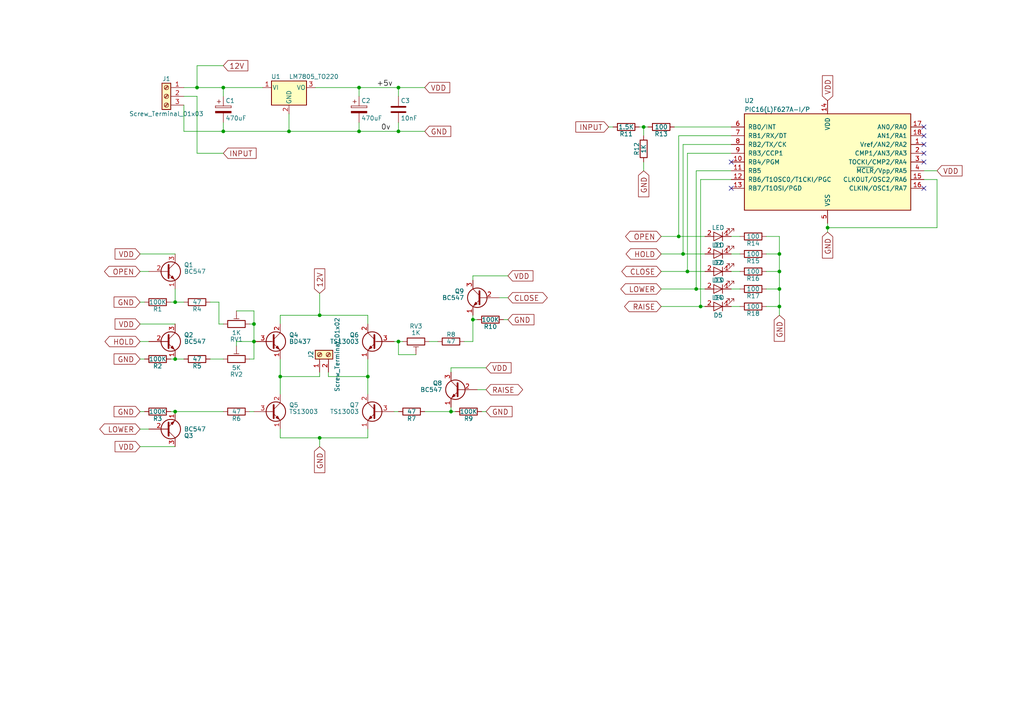
<source format=kicad_sch>
(kicad_sch (version 20230121) (generator eeschema)
  (paper "A4")
  (lib_symbols
    (symbol "ShutterController-rescue:2N2219" (pin_names (offset 0) hide)
      (property "Reference" "Q" (at 5.08 1.905 0))
      (property "Value" "2N2219" (at 5.08 0 0))
      (symbol "2N2219_0_1"
        (polyline (pts (xy 0.635 0.635) (xy 2.54 2.54)))
        (polyline (pts (xy 0.635 -0.635) (xy 2.54 -2.54) (xy 2.54 -2.54)))
        (polyline (pts (xy 0.635 1.905) (xy 0.635 -1.905) (xy 0.635 -1.905)) (stroke (width 0.508)))
        (polyline (pts (xy 1.27 -1.778) (xy 1.778 -1.27) (xy 2.286 -2.286) (xy 1.27 -1.778) (xy 1.27 -1.778)) (fill (type outline)))
        (circle (center 1.27 0) (radius 2.8194) (stroke (width 0.254)))
      )
      (symbol "2N2219_1_1"
        (pin passive line (at 2.54 -5.08 90) (length 2.54) (name "E") (number "1"))
        (pin passive line (at -5.08 0 0) (length 5.715) (name "B") (number "2"))
        (pin passive line (at 2.54 5.08 270) (length 2.54) (name "C") (number "3"))
      )
    )
    (symbol "ShutterController-rescue:2SC1815" (pin_names (offset 0) hide)
      (property "Reference" "Q" (at 5.08 1.905 0))
      (property "Value" "2SC1815" (at 5.08 0 0))
      (symbol "2SC1815_0_1"
        (polyline (pts (xy 0 0) (xy 0.635 0)))
        (polyline (pts (xy 0.635 0.635) (xy 2.54 2.54)))
        (polyline (pts (xy 0.635 -0.635) (xy 2.54 -2.54) (xy 2.54 -2.54)))
        (polyline (pts (xy 0.635 1.905) (xy 0.635 -1.905) (xy 0.635 -1.905)) (stroke (width 0.508)))
        (polyline (pts (xy 1.27 -1.778) (xy 1.778 -1.27) (xy 2.286 -2.286) (xy 1.27 -1.778) (xy 1.27 -1.778)) (fill (type outline)))
        (circle (center 1.27 0) (radius 2.8194) (stroke (width 0.254)))
      )
      (symbol "2SC1815_1_1"
        (pin passive line (at 2.54 -5.08 90) (length 2.54) (name "E") (number "1"))
        (pin passive line (at 2.54 5.08 270) (length 2.54) (name "C") (number "2"))
        (pin input line (at -5.08 0 0) (length 5.08) (name "B") (number "3"))
      )
    )
    (symbol "ShutterController-rescue:C" (pin_numbers hide) (pin_names (offset 0.254))
      (property "Reference" "C" (at 0.635 2.54 0))
      (property "Value" "C" (at 0.635 -2.54 0))
      (symbol "C_0_1"
        (polyline (pts (xy -2.032 -0.762) (xy 2.032 -0.762)) (stroke (width 0.508)))
        (polyline (pts (xy -2.032 0.762) (xy 2.032 0.762)) (stroke (width 0.508)))
      )
      (symbol "C_1_1"
        (pin passive line (at 0 3.81 270) (length 2.794) (name "~") (number "1"))
        (pin passive line (at 0 -3.81 90) (length 2.794) (name "~") (number "2"))
      )
    )
    (symbol "ShutterController-rescue:CP" (pin_numbers hide) (pin_names (offset 0.254))
      (property "Reference" "C" (at 0.635 2.54 0))
      (property "Value" "CP" (at 0.635 -2.54 0))
      (symbol "CP_0_1"
        (rectangle (start -2.286 0.508) (end -2.286 1.016))
        (rectangle (start -2.286 0.508) (end 2.286 0.508))
        (polyline (pts (xy -1.778 2.286) (xy -0.762 2.286)))
        (polyline (pts (xy -1.27 2.794) (xy -1.27 1.778)))
        (rectangle (start 2.286 -0.508) (end -2.286 -1.016) (fill (type outline)))
        (rectangle (start 2.286 1.016) (end -2.286 1.016))
        (rectangle (start 2.286 1.016) (end 2.286 0.508))
      )
      (symbol "CP_1_1"
        (pin passive line (at 0 3.81 270) (length 2.794) (name "~") (number "1"))
        (pin passive line (at 0 -3.81 90) (length 2.794) (name "~") (number "2"))
      )
    )
    (symbol "ShutterController-rescue:LED" (pin_names (offset 1.016) hide)
      (property "Reference" "D" (at 0 2.54 0))
      (property "Value" "LED" (at 0 -2.54 0))
      (symbol "LED_0_1"
        (polyline (pts (xy -1.27 -1.27) (xy -1.27 1.27)) (stroke (width 0.2032)))
        (polyline (pts (xy -1.27 0) (xy 1.27 0)))
        (polyline (pts (xy 1.27 -1.27) (xy 1.27 1.27) (xy -1.27 0) (xy 1.27 -1.27)) (stroke (width 0.2032)))
        (polyline (pts (xy -3.048 -0.762) (xy -4.572 -2.286) (xy -3.81 -2.286) (xy -4.572 -2.286) (xy -4.572 -1.524)))
        (polyline (pts (xy -1.778 -0.762) (xy -3.302 -2.286) (xy -2.54 -2.286) (xy -3.302 -2.286) (xy -3.302 -1.524)))
      )
      (symbol "LED_1_1"
        (pin passive line (at -3.81 0 0) (length 2.54) (name "K") (number "1"))
        (pin passive line (at 3.81 0 180) (length 2.54) (name "A") (number "2"))
      )
    )
    (symbol "ShutterController-rescue:LM7805_TO220" (pin_names (offset 0.254))
      (property "Reference" "U" (at -3.81 3.175 0))
      (property "Value" "LM7805_TO220" (at 0 3.175 0))
      (symbol "LM7805_TO220_0_1"
        (rectangle (start -5.08 1.905) (end 5.08 -5.08) (stroke (width 0.254)) (fill (type background)))
      )
      (symbol "LM7805_TO220_1_1"
        (pin power_in line (at -7.62 0 0) (length 2.54) (name "VI") (number "1"))
        (pin power_in line (at 0 -7.62 90) (length 2.54) (name "GND") (number "2"))
        (pin power_out line (at 7.62 0 180) (length 2.54) (name "VO") (number "3"))
      )
    )
    (symbol "ShutterController-rescue:PIC16(L)F627A-I/P" (pin_names (offset 1.016))
      (property "Reference" "U" (at -24.13 17.78 0))
      (property "Value" "PIC16(L)F627A-I/P" (at -24.13 15.24 0))
      (symbol "PIC16(L)F627A-I/P_0_1"
        (rectangle (start 24.13 13.97) (end -24.13 -13.97) (stroke (width 0.254)) (fill (type background)))
      )
      (symbol "PIC16(L)F627A-I/P_1_1"
        (pin bidirectional line (at 27.94 5.08 180) (length 3.81) (name "Vref/AN2/RA2") (number "1"))
        (pin bidirectional line (at -27.94 0 0) (length 3.81) (name "RB4/PGM") (number "10"))
        (pin bidirectional line (at -27.94 -2.54 0) (length 3.81) (name "RB5") (number "11"))
        (pin bidirectional line (at -27.94 -5.08 0) (length 3.81) (name "RB6/T1OSC0/T1CKI/PGC") (number "12"))
        (pin bidirectional line (at -27.94 -7.62 0) (length 3.81) (name "RB7/T1OSI/PGD") (number "13"))
        (pin power_in line (at 0 17.78 270) (length 3.81) (name "VDD") (number "14"))
        (pin bidirectional line (at 27.94 -5.08 180) (length 3.81) (name "CLKOUT/OSC2/RA6") (number "15"))
        (pin bidirectional line (at 27.94 -7.62 180) (length 3.81) (name "CLKIN/OSC1/RA7") (number "16"))
        (pin bidirectional line (at 27.94 10.16 180) (length 3.81) (name "AN0/RA0") (number "17"))
        (pin bidirectional line (at 27.94 7.62 180) (length 3.81) (name "AN1/RA1") (number "18"))
        (pin bidirectional line (at 27.94 2.54 180) (length 3.81) (name "CMP1/AN3/RA3") (number "2"))
        (pin bidirectional line (at 27.94 0 180) (length 3.81) (name "TOCKI/CMP2/RA4") (number "3"))
        (pin input line (at 27.94 -2.54 180) (length 3.81) (name "~{MCLR}/Vpp/RA5") (number "4"))
        (pin power_in line (at 0 -17.78 90) (length 3.81) (name "VSS") (number "5"))
        (pin bidirectional line (at -27.94 10.16 0) (length 3.81) (name "RB0/INT") (number "6"))
        (pin bidirectional line (at -27.94 7.62 0) (length 3.81) (name "RB1/RX/DT") (number "7"))
        (pin bidirectional line (at -27.94 5.08 0) (length 3.81) (name "RB2/TX/CK") (number "8"))
        (pin bidirectional line (at -27.94 2.54 0) (length 3.81) (name "RB3/CCP1") (number "9"))
      )
    )
    (symbol "ShutterController-rescue:POT_TRIM" (pin_numbers hide) (pin_names (offset 1.016) hide)
      (property "Reference" "RV" (at -4.445 0 90))
      (property "Value" "POT_TRIM" (at -2.54 0 90))
      (symbol "POT_TRIM_0_1"
        (polyline (pts (xy 1.524 0.762) (xy 1.524 -0.762)))
        (polyline (pts (xy 2.54 0) (xy 1.524 0)))
        (rectangle (start 1.016 2.54) (end -1.016 -2.54) (stroke (width 0.254)))
      )
      (symbol "POT_TRIM_1_1"
        (pin passive line (at 0 3.81 270) (length 1.27) (name "1") (number "1"))
        (pin passive line (at 3.81 0 180) (length 1.27) (name "2") (number "2"))
        (pin passive line (at 0 -3.81 90) (length 1.27) (name "3") (number "3"))
      )
    )
    (symbol "ShutterController-rescue:R" (pin_numbers hide) (pin_names (offset 0))
      (property "Reference" "R" (at 2.032 0 90))
      (property "Value" "R" (at 0 0 90))
      (symbol "R_0_1"
        (rectangle (start -1.016 -2.54) (end 1.016 2.54) (stroke (width 0.254)))
      )
      (symbol "R_1_1"
        (pin passive line (at 0 3.81 270) (length 1.27) (name "~") (number "1"))
        (pin passive line (at 0 -3.81 90) (length 1.27) (name "~") (number "2"))
      )
    )
    (symbol "ShutterController-rescue:Screw_Terminal_01x02" (pin_names (offset 1.016) hide)
      (property "Reference" "J" (at 0 2.54 0))
      (property "Value" "Screw_Terminal_01x02" (at 0 -5.08 0))
      (symbol "Screw_Terminal_01x02_1_1"
        (rectangle (start -1.27 1.27) (end 1.27 -3.81) (stroke (width 0.254)) (fill (type background)))
        (circle (center 0 -2.54) (radius 0.635) (stroke (width 0.1524)))
        (polyline (pts (xy -0.5334 -2.2098) (xy 0.3302 -3.048)) (stroke (width 0.1524)))
        (polyline (pts (xy -0.5334 0.3302) (xy 0.3302 -0.508)) (stroke (width 0.1524)))
        (polyline (pts (xy -0.3556 -2.032) (xy 0.508 -2.8702)) (stroke (width 0.1524)))
        (polyline (pts (xy -0.3556 0.508) (xy 0.508 -0.3302)) (stroke (width 0.1524)))
        (circle (center 0 0) (radius 0.635) (stroke (width 0.1524)))
        (pin passive line (at -5.08 0 0) (length 3.81) (name "Pin_1") (number "1"))
        (pin passive line (at -5.08 -2.54 0) (length 3.81) (name "Pin_2") (number "2"))
      )
    )
    (symbol "ShutterController-rescue:Screw_Terminal_01x03" (pin_names (offset 1.016) hide)
      (property "Reference" "J" (at 0 5.08 0))
      (property "Value" "Screw_Terminal_01x03" (at 0 -5.08 0))
      (symbol "Screw_Terminal_01x03_1_1"
        (rectangle (start -1.27 3.81) (end 1.27 -3.81) (stroke (width 0.254)) (fill (type background)))
        (circle (center 0 -2.54) (radius 0.635) (stroke (width 0.1524)))
        (polyline (pts (xy -0.5334 -2.2098) (xy 0.3302 -3.048)) (stroke (width 0.1524)))
        (polyline (pts (xy -0.5334 0.3302) (xy 0.3302 -0.508)) (stroke (width 0.1524)))
        (polyline (pts (xy -0.5334 2.8702) (xy 0.3302 2.032)) (stroke (width 0.1524)))
        (polyline (pts (xy -0.3556 -2.032) (xy 0.508 -2.8702)) (stroke (width 0.1524)))
        (polyline (pts (xy -0.3556 0.508) (xy 0.508 -0.3302)) (stroke (width 0.1524)))
        (polyline (pts (xy -0.3556 3.048) (xy 0.508 2.2098)) (stroke (width 0.1524)))
        (circle (center 0 0) (radius 0.635) (stroke (width 0.1524)))
        (circle (center 0 2.54) (radius 0.635) (stroke (width 0.1524)))
        (pin passive line (at -5.08 2.54 0) (length 3.81) (name "Pin_1") (number "1"))
        (pin passive line (at -5.08 0 0) (length 3.81) (name "Pin_2") (number "2"))
        (pin passive line (at -5.08 -2.54 0) (length 3.81) (name "Pin_3") (number "3"))
      )
    )
  )
  (junction (at 83.82 38.1))
  (junction (at 73.66 99.06))
  (junction (at 104.14 25.4))
  (junction (at 240.03 66.04))
  (junction (at 199.39 78.74))
  (junction (at 198.12 73.66))
  (junction (at 115.57 25.4))
  (junction (at 64.77 25.4))
  (junction (at 81.28 109.22))
  (junction (at 57.15 25.4))
  (junction (at 201.93 83.82))
  (junction (at 226.06 73.66))
  (junction (at 226.06 83.82))
  (junction (at 92.71 127))
  (junction (at 115.57 99.06))
  (junction (at 137.16 92.71))
  (junction (at 50.8 119.38))
  (junction (at 92.71 91.44))
  (junction (at 226.06 78.74))
  (junction (at 130.81 119.38))
  (junction (at 203.2 88.9))
  (junction (at 115.57 38.1))
  (junction (at 104.14 38.1))
  (junction (at 50.8 104.14))
  (junction (at 196.85 68.58))
  (junction (at 73.66 93.98))
  (junction (at 106.68 109.22))
  (junction (at 226.06 88.9))
  (junction (at 186.69 36.83))
  (junction (at 64.77 38.1))
  (junction (at 50.8 87.63))
  (no_connect (at 212.09 54.61))
  (no_connect (at 267.97 44.45))
  (no_connect (at 267.97 36.83))
  (no_connect (at 267.97 39.37))
  (no_connect (at 267.97 46.99))
  (no_connect (at 267.97 54.61))
  (no_connect (at 212.09 46.99))
  (no_connect (at 267.97 41.91))
  (wire (pts (xy 81.28 127) (xy 92.71 127)))
  (wire (pts (xy 226.06 83.82) (xy 226.06 88.9)))
  (wire (pts (xy 81.28 93.98) (xy 81.28 91.44)))
  (wire (pts (xy 106.68 127) (xy 106.68 124.46)))
  (wire (pts (xy 214.63 83.82) (xy 212.09 83.82)))
  (wire (pts (xy 92.71 91.44) (xy 106.68 91.44)))
  (wire (pts (xy 203.2 52.07) (xy 212.09 52.07)))
  (wire (pts (xy 49.53 104.14) (xy 50.8 104.14)))
  (wire (pts (xy 185.42 36.83) (xy 186.69 36.83)))
  (wire (pts (xy 222.25 83.82) (xy 226.06 83.82)))
  (wire (pts (xy 137.16 92.71) (xy 138.43 92.71)))
  (wire (pts (xy 60.96 104.14) (xy 64.77 104.14)))
  (wire (pts (xy 115.57 25.4) (xy 115.57 27.94)))
  (wire (pts (xy 196.85 68.58) (xy 204.47 68.58)))
  (wire (pts (xy 140.97 106.68) (xy 130.81 106.68)))
  (wire (pts (xy 196.85 39.37) (xy 196.85 68.58)))
  (wire (pts (xy 40.64 129.54) (xy 50.8 129.54)))
  (wire (pts (xy 81.28 104.14) (xy 81.28 109.22)))
  (wire (pts (xy 191.77 88.9) (xy 203.2 88.9)))
  (wire (pts (xy 41.91 119.38) (xy 40.64 119.38)))
  (wire (pts (xy 40.64 104.14) (xy 41.91 104.14)))
  (wire (pts (xy 57.15 44.45) (xy 64.77 44.45)))
  (wire (pts (xy 226.06 68.58) (xy 226.06 73.66)))
  (wire (pts (xy 64.77 35.56) (xy 64.77 38.1)))
  (wire (pts (xy 130.81 119.38) (xy 132.08 119.38)))
  (wire (pts (xy 63.5 87.63) (xy 63.5 93.98)))
  (wire (pts (xy 104.14 27.94) (xy 104.14 25.4)))
  (wire (pts (xy 91.44 25.4) (xy 104.14 25.4)))
  (wire (pts (xy 226.06 88.9) (xy 222.25 88.9)))
  (wire (pts (xy 64.77 25.4) (xy 76.2 25.4)))
  (wire (pts (xy 104.14 35.56) (xy 104.14 38.1)))
  (wire (pts (xy 40.64 78.74) (xy 43.18 78.74)))
  (wire (pts (xy 214.63 88.9) (xy 212.09 88.9)))
  (wire (pts (xy 92.71 129.54) (xy 92.71 127)))
  (wire (pts (xy 240.03 64.77) (xy 240.03 66.04)))
  (wire (pts (xy 222.25 78.74) (xy 226.06 78.74)))
  (wire (pts (xy 40.64 87.63) (xy 41.91 87.63)))
  (wire (pts (xy 130.81 118.11) (xy 130.81 119.38)))
  (wire (pts (xy 115.57 38.1) (xy 123.19 38.1)))
  (wire (pts (xy 214.63 78.74) (xy 212.09 78.74)))
  (wire (pts (xy 92.71 107.95) (xy 92.71 109.22)))
  (wire (pts (xy 50.8 119.38) (xy 64.77 119.38)))
  (wire (pts (xy 50.8 104.14) (xy 53.34 104.14)))
  (wire (pts (xy 53.34 27.94) (xy 57.15 27.94)))
  (wire (pts (xy 50.8 83.82) (xy 50.8 87.63)))
  (wire (pts (xy 57.15 27.94) (xy 57.15 44.45)))
  (wire (pts (xy 201.93 49.53) (xy 201.93 83.82)))
  (wire (pts (xy 72.39 93.98) (xy 73.66 93.98)))
  (wire (pts (xy 104.14 25.4) (xy 115.57 25.4)))
  (wire (pts (xy 92.71 109.22) (xy 81.28 109.22)))
  (wire (pts (xy 130.81 106.68) (xy 130.81 107.95)))
  (wire (pts (xy 271.78 52.07) (xy 271.78 66.04)))
  (wire (pts (xy 186.69 39.37) (xy 186.69 36.83)))
  (wire (pts (xy 186.69 49.53) (xy 186.69 46.99)))
  (wire (pts (xy 40.64 99.06) (xy 43.18 99.06)))
  (wire (pts (xy 73.66 93.98) (xy 73.66 99.06)))
  (wire (pts (xy 191.77 78.74) (xy 199.39 78.74)))
  (wire (pts (xy 81.28 91.44) (xy 92.71 91.44)))
  (wire (pts (xy 106.68 91.44) (xy 106.68 93.98)))
  (wire (pts (xy 137.16 92.71) (xy 137.16 99.06)))
  (wire (pts (xy 50.8 87.63) (xy 53.34 87.63)))
  (wire (pts (xy 81.28 124.46) (xy 81.28 127)))
  (wire (pts (xy 73.66 90.17) (xy 73.66 93.98)))
  (wire (pts (xy 123.19 119.38) (xy 130.81 119.38)))
  (wire (pts (xy 73.66 99.06) (xy 73.66 104.14)))
  (wire (pts (xy 140.97 113.03) (xy 138.43 113.03)))
  (wire (pts (xy 81.28 109.22) (xy 81.28 114.3)))
  (wire (pts (xy 198.12 73.66) (xy 204.47 73.66)))
  (wire (pts (xy 120.65 102.87) (xy 115.57 102.87)))
  (wire (pts (xy 176.53 36.83) (xy 177.8 36.83)))
  (wire (pts (xy 95.25 107.95) (xy 95.25 109.22)))
  (wire (pts (xy 124.46 99.06) (xy 127 99.06)))
  (wire (pts (xy 199.39 44.45) (xy 199.39 78.74)))
  (wire (pts (xy 115.57 25.4) (xy 123.19 25.4)))
  (wire (pts (xy 222.25 68.58) (xy 226.06 68.58)))
  (wire (pts (xy 186.69 36.83) (xy 187.96 36.83)))
  (wire (pts (xy 60.96 87.63) (xy 63.5 87.63)))
  (wire (pts (xy 40.64 124.46) (xy 43.18 124.46)))
  (wire (pts (xy 196.85 39.37) (xy 212.09 39.37)))
  (wire (pts (xy 53.34 38.1) (xy 64.77 38.1)))
  (wire (pts (xy 92.71 127) (xy 106.68 127)))
  (wire (pts (xy 147.32 92.71) (xy 146.05 92.71)))
  (wire (pts (xy 49.53 87.63) (xy 50.8 87.63)))
  (wire (pts (xy 226.06 73.66) (xy 226.06 78.74)))
  (wire (pts (xy 147.32 80.01) (xy 137.16 80.01)))
  (wire (pts (xy 191.77 68.58) (xy 196.85 68.58)))
  (wire (pts (xy 57.15 19.05) (xy 57.15 25.4)))
  (wire (pts (xy 106.68 104.14) (xy 106.68 109.22)))
  (wire (pts (xy 92.71 85.09) (xy 92.71 91.44)))
  (wire (pts (xy 222.25 73.66) (xy 226.06 73.66)))
  (wire (pts (xy 115.57 99.06) (xy 116.84 99.06)))
  (wire (pts (xy 137.16 99.06) (xy 134.62 99.06)))
  (wire (pts (xy 226.06 88.9) (xy 226.06 91.44)))
  (wire (pts (xy 53.34 30.48) (xy 53.34 38.1)))
  (wire (pts (xy 73.66 104.14) (xy 72.39 104.14)))
  (wire (pts (xy 240.03 66.04) (xy 240.03 67.31)))
  (wire (pts (xy 68.58 90.17) (xy 73.66 90.17)))
  (wire (pts (xy 214.63 68.58) (xy 212.09 68.58)))
  (wire (pts (xy 68.58 99.06) (xy 73.66 99.06)))
  (wire (pts (xy 115.57 102.87) (xy 115.57 99.06)))
  (wire (pts (xy 199.39 78.74) (xy 204.47 78.74)))
  (wire (pts (xy 95.25 109.22) (xy 106.68 109.22)))
  (wire (pts (xy 40.64 93.98) (xy 50.8 93.98)))
  (wire (pts (xy 49.53 119.38) (xy 50.8 119.38)))
  (wire (pts (xy 191.77 83.82) (xy 201.93 83.82)))
  (wire (pts (xy 147.32 86.36) (xy 144.78 86.36)))
  (wire (pts (xy 83.82 38.1) (xy 83.82 33.02)))
  (wire (pts (xy 63.5 93.98) (xy 64.77 93.98)))
  (wire (pts (xy 198.12 41.91) (xy 198.12 73.66)))
  (wire (pts (xy 203.2 52.07) (xy 203.2 88.9)))
  (wire (pts (xy 57.15 25.4) (xy 64.77 25.4)))
  (wire (pts (xy 64.77 19.05) (xy 57.15 19.05)))
  (wire (pts (xy 114.3 119.38) (xy 115.57 119.38)))
  (wire (pts (xy 203.2 88.9) (xy 204.47 88.9)))
  (wire (pts (xy 137.16 91.44) (xy 137.16 92.71)))
  (wire (pts (xy 83.82 38.1) (xy 104.14 38.1)))
  (wire (pts (xy 201.93 83.82) (xy 204.47 83.82)))
  (wire (pts (xy 64.77 25.4) (xy 64.77 27.94)))
  (wire (pts (xy 114.3 99.06) (xy 115.57 99.06)))
  (wire (pts (xy 115.57 38.1) (xy 115.57 35.56)))
  (wire (pts (xy 140.97 119.38) (xy 139.7 119.38)))
  (wire (pts (xy 40.64 73.66) (xy 50.8 73.66)))
  (wire (pts (xy 201.93 49.53) (xy 212.09 49.53)))
  (wire (pts (xy 267.97 52.07) (xy 271.78 52.07)))
  (wire (pts (xy 106.68 109.22) (xy 106.68 114.3)))
  (wire (pts (xy 199.39 44.45) (xy 212.09 44.45)))
  (wire (pts (xy 64.77 38.1) (xy 83.82 38.1)))
  (wire (pts (xy 271.78 66.04) (xy 240.03 66.04)))
  (wire (pts (xy 104.14 38.1) (xy 115.57 38.1)))
  (wire (pts (xy 137.16 80.01) (xy 137.16 81.28)))
  (wire (pts (xy 226.06 78.74) (xy 226.06 83.82)))
  (wire (pts (xy 198.12 41.91) (xy 212.09 41.91)))
  (wire (pts (xy 53.34 25.4) (xy 57.15 25.4)))
  (wire (pts (xy 271.78 49.53) (xy 267.97 49.53)))
  (wire (pts (xy 214.63 73.66) (xy 212.09 73.66)))
  (wire (pts (xy 191.77 73.66) (xy 198.12 73.66)))
  (wire (pts (xy 73.66 119.38) (xy 72.39 119.38)))
  (wire (pts (xy 195.58 36.83) (xy 212.09 36.83)))
  (wire (pts (xy 68.58 100.33) (xy 68.58 99.06)))
  (label "+5v" (at 109.22 25.4 0) (effects (font (size 1.524 1.524))))
  (label "0v" (at 110.49 38.1 0) (effects (font (size 1.524 1.524))))
  (global_label "VDD" (shape input) (at 271.78 49.53 0) (effects (font (size 1.524 1.524))) (property "Intersheetrefs" "${INTERSHEET_REFS}" (effects hide)))
  (global_label "GND" (shape input) (at 123.19 38.1 0) (effects (font (size 1.524 1.524))) (property "Intersheetrefs" "${INTERSHEET_REFS}" (effects hide)))
  (global_label "VDD" (shape input) (at 123.19 25.4 0) (effects (font (size 1.524 1.524))) (property "Intersheetrefs" "${INTERSHEET_REFS}" (effects hide)))
  (global_label "OPEN" (shape tri_state) (at 40.64 78.74 180) (effects (font (size 1.524 1.524))) (property "Intersheetrefs" "${INTERSHEET_REFS}" (effects hide)))
  (global_label "GND" (shape input) (at 40.64 104.14 180) (effects (font (size 1.524 1.524))) (property "Intersheetrefs" "${INTERSHEET_REFS}" (effects hide)))
  (global_label "GND" (shape input) (at 40.64 87.63 180) (effects (font (size 1.524 1.524))) (property "Intersheetrefs" "${INTERSHEET_REFS}" (effects hide)))
  (global_label "OPEN" (shape tri_state) (at 191.77 68.58 180) (effects (font (size 1.524 1.524))) (property "Intersheetrefs" "${INTERSHEET_REFS}" (effects hide)))
  (global_label "GND" (shape input) (at 40.64 119.38 180) (effects (font (size 1.524 1.524))) (property "Intersheetrefs" "${INTERSHEET_REFS}" (effects hide)))
  (global_label "GND" (shape input) (at 240.03 67.31 270) (effects (font (size 1.524 1.524))) (property "Intersheetrefs" "${INTERSHEET_REFS}" (effects hide)))
  (global_label "VDD" (shape input) (at 40.64 73.66 180) (effects (font (size 1.524 1.524))) (property "Intersheetrefs" "${INTERSHEET_REFS}" (effects hide)))
  (global_label "12V" (shape input) (at 64.77 19.05 0) (effects (font (size 1.524 1.524))) (property "Intersheetrefs" "${INTERSHEET_REFS}" (effects hide)))
  (global_label "INPUT" (shape input) (at 64.77 44.45 0) (effects (font (size 1.524 1.524))) (property "Intersheetrefs" "${INTERSHEET_REFS}" (effects hide)))
  (global_label "GND" (shape input) (at 140.97 119.38 0) (effects (font (size 1.524 1.524))) (property "Intersheetrefs" "${INTERSHEET_REFS}" (effects hide)))
  (global_label "CLOSE" (shape tri_state) (at 147.32 86.36 0) (effects (font (size 1.524 1.524))) (property "Intersheetrefs" "${INTERSHEET_REFS}" (effects hide)))
  (global_label "GND" (shape input) (at 92.71 129.54 270) (effects (font (size 1.524 1.524))) (property "Intersheetrefs" "${INTERSHEET_REFS}" (effects hide)))
  (global_label "VDD" (shape input) (at 147.32 80.01 0) (effects (font (size 1.524 1.524))) (property "Intersheetrefs" "${INTERSHEET_REFS}" (effects hide)))
  (global_label "LOWER" (shape tri_state) (at 191.77 83.82 180) (effects (font (size 1.524 1.524))) (property "Intersheetrefs" "${INTERSHEET_REFS}" (effects hide)))
  (global_label "LOWER" (shape tri_state) (at 40.64 124.46 180) (effects (font (size 1.524 1.524))) (property "Intersheetrefs" "${INTERSHEET_REFS}" (effects hide)))
  (global_label "VDD" (shape input) (at 140.97 106.68 0) (effects (font (size 1.524 1.524))) (property "Intersheetrefs" "${INTERSHEET_REFS}" (effects hide)))
  (global_label "RAISE" (shape tri_state) (at 191.77 88.9 180) (effects (font (size 1.524 1.524))) (property "Intersheetrefs" "${INTERSHEET_REFS}" (effects hide)))
  (global_label "CLOSE" (shape tri_state) (at 191.77 78.74 180) (effects (font (size 1.524 1.524))) (property "Intersheetrefs" "${INTERSHEET_REFS}" (effects hide)))
  (global_label "VDD" (shape input) (at 240.03 29.21 90) (effects (font (size 1.524 1.524))) (property "Intersheetrefs" "${INTERSHEET_REFS}" (effects hide)))
  (global_label "VDD" (shape input) (at 40.64 93.98 180) (effects (font (size 1.524 1.524))) (property "Intersheetrefs" "${INTERSHEET_REFS}" (effects hide)))
  (global_label "12V" (shape input) (at 92.71 85.09 90) (effects (font (size 1.524 1.524))) (property "Intersheetrefs" "${INTERSHEET_REFS}" (effects hide)))
  (global_label "RAISE" (shape tri_state) (at 140.97 113.03 0) (effects (font (size 1.524 1.524))) (property "Intersheetrefs" "${INTERSHEET_REFS}" (effects hide)))
  (global_label "INPUT" (shape input) (at 176.53 36.83 180) (effects (font (size 1.524 1.524))) (property "Intersheetrefs" "${INTERSHEET_REFS}" (effects hide)))
  (global_label "HOLD" (shape tri_state) (at 40.64 99.06 180) (effects (font (size 1.524 1.524))) (property "Intersheetrefs" "${INTERSHEET_REFS}" (effects hide)))
  (global_label "VDD" (shape input) (at 40.64 129.54 180) (effects (font (size 1.524 1.524))) (property "Intersheetrefs" "${INTERSHEET_REFS}" (effects hide)))
  (global_label "GND" (shape input) (at 226.06 91.44 270) (effects (font (size 1.524 1.524))) (property "Intersheetrefs" "${INTERSHEET_REFS}" (effects hide)))
  (global_label "GND" (shape input) (at 186.69 49.53 270) (effects (font (size 1.524 1.524))) (property "Intersheetrefs" "${INTERSHEET_REFS}" (effects hide)))
  (global_label "GND" (shape input) (at 147.32 92.71 0) (effects (font (size 1.524 1.524))) (property "Intersheetrefs" "${INTERSHEET_REFS}" (effects hide)))
  (global_label "HOLD" (shape tri_state) (at 191.77 73.66 180) (effects (font (size 1.524 1.524))) (property "Intersheetrefs" "${INTERSHEET_REFS}" (effects hide)))
  (symbol (lib_id "ShutterController-rescue:PIC16(L)F627A-I/P") (at 240.03 46.99 0) (unit 1)
    (property "Reference" "U2" (at 215.9 29.21 0) (effects (justify left)))
    (property "Value" "PIC16(L)F627A-I/P" (at 215.9 31.75 0) (effects (justify left)))
    (property "Footprint" "Housings_DIP:DIP-18_W7.62mm_LongPads" (effects hide))
  )
  (symbol (lib_id "ShutterController-rescue:Screw_Terminal_01x02") (at 92.71 102.87 90) (unit 1)
    (property "Reference" "J2" (at 90.17 102.87 0))
    (property "Value" "Screw_Terminal_01x02" (at 97.79 102.87 0))
    (property "Footprint" "TerminalBlocks_Phoenix:TerminalBlock_Phoenix_MKDS1.5-2pol" (effects hide))
  )
  (symbol (lib_id "ShutterController-rescue:LM7805_TO220") (at 83.82 25.4 0) (unit 1)
    (property "Reference" "U1" (at 80.01 22.225 0))
    (property "Value" "LM7805_TO220" (at 83.82 22.225 0) (effects (justify left)))
    (property "Footprint" "TO_SOT_Packages_THT:TO-220-3_Vertical" (effects hide))
  )
  (symbol (lib_id "ShutterController-rescue:C") (at 115.57 31.75 0) (unit 1)
    (property "Reference" "C3" (at 116.205 29.21 0) (effects (justify left)))
    (property "Value" "10nF" (at 116.205 34.29 0) (effects (justify left)))
    (property "Footprint" "Capacitors_THT:C_Disc_D3.0mm_W1.6mm_P2.50mm" (effects hide))
  )
  (symbol (lib_id "ShutterController-rescue:CP") (at 64.77 31.75 0) (unit 1)
    (property "Reference" "C1" (at 65.405 29.21 0) (effects (justify left)))
    (property "Value" "470uF" (at 65.405 34.29 0) (effects (justify left)))
    (property "Footprint" "Capacitors_THT:CP_Radial_D10.0mm_P5.00mm" (effects hide))
  )
  (symbol (lib_id "ShutterController-rescue:CP") (at 104.14 31.75 0) (unit 1)
    (property "Reference" "C2" (at 104.775 29.21 0) (effects (justify left)))
    (property "Value" "470uF" (at 104.775 34.29 0) (effects (justify left)))
    (property "Footprint" "Capacitors_THT:CP_Radial_D10.0mm_P5.00mm" (effects hide))
  )
  (symbol (lib_id "ShutterController-rescue:Screw_Terminal_01x03") (at 48.26 27.94 0) (mirror y) (unit 1)
    (property "Reference" "J1" (at 48.26 22.86 0))
    (property "Value" "Screw_Terminal_01x03" (at 48.26 33.02 0))
    (property "Footprint" "TerminalBlocks_Phoenix:TerminalBlock_Phoenix_MKDS1.5-3pol" (effects hide))
  )
  (symbol (lib_id "ShutterController-rescue:2SC1815") (at 78.74 99.06 0) (unit 1)
    (property "Reference" "Q4" (at 83.82 97.155 0) (effects (justify left)))
    (property "Value" "BD437" (at 83.82 99.06 0) (effects (justify left)))
    (property "Footprint" "TO_SOT_Packages_THT:TO-220-3_Vertical" (effects hide))
  )
  (symbol (lib_id "ShutterController-rescue:2SC1815") (at 78.74 119.38 0) (unit 1)
    (property "Reference" "Q5" (at 83.82 117.475 0) (effects (justify left)))
    (property "Value" "TS13003" (at 83.82 119.38 0) (effects (justify left)))
    (property "Footprint" "TO_SOT_Packages_THT:TO-92_Inline_Wide" (effects hide))
  )
  (symbol (lib_id "ShutterController-rescue:2SC1815") (at 109.22 99.06 0) (mirror y) (unit 1)
    (property "Reference" "Q6" (at 104.14 97.155 0) (effects (justify left)))
    (property "Value" "TS13003" (at 104.14 99.06 0) (effects (justify left)))
    (property "Footprint" "TO_SOT_Packages_THT:TO-92_Inline_Wide" (effects hide))
  )
  (symbol (lib_id "ShutterController-rescue:2SC1815") (at 109.22 119.38 0) (mirror y) (unit 1)
    (property "Reference" "Q7" (at 104.14 117.475 0) (effects (justify left)))
    (property "Value" "TS13003" (at 104.14 119.38 0) (effects (justify left)))
    (property "Footprint" "TO_SOT_Packages_THT:TO-92_Inline_Wide" (effects hide))
  )
  (symbol (lib_id "ShutterController-rescue:R") (at 191.77 36.83 90) (mirror x) (unit 1)
    (property "Reference" "R13" (at 191.77 38.862 90))
    (property "Value" "100" (at 191.77 36.83 90))
    (property "Footprint" "Resistors_THT:R_Axial_DIN0207_L6.3mm_D2.5mm_P10.16mm_Horizontal" (effects hide))
  )
  (symbol (lib_id "ShutterController-rescue:R") (at 186.69 43.18 0) (mirror y) (unit 1)
    (property "Reference" "R12" (at 184.658 43.18 90))
    (property "Value" "1K" (at 186.69 43.18 90))
    (property "Footprint" "Resistors_THT:R_Axial_DIN0207_L6.3mm_D2.5mm_P10.16mm_Horizontal" (effects hide))
  )
  (symbol (lib_id "ShutterController-rescue:R") (at 181.61 36.83 90) (mirror x) (unit 1)
    (property "Reference" "R11" (at 181.61 38.862 90))
    (property "Value" "1.5K" (at 181.61 36.83 90))
    (property "Footprint" "Resistors_THT:R_Axial_DIN0207_L6.3mm_D2.5mm_P10.16mm_Horizontal" (effects hide))
  )
  (symbol (lib_id "ShutterController-rescue:2N2219") (at 48.26 124.46 0) (mirror x) (unit 1)
    (property "Reference" "Q3" (at 53.34 126.365 0) (effects (justify left)))
    (property "Value" "BC547" (at 53.34 124.46 0) (effects (justify left)))
    (property "Footprint" "TO_SOT_Packages_THT:TO-92_Inline_Wide" (effects hide))
  )
  (symbol (lib_id "ShutterController-rescue:2N2219") (at 139.7 86.36 0) (mirror y) (unit 1)
    (property "Reference" "Q9" (at 134.62 84.455 0) (effects (justify left)))
    (property "Value" "BC547" (at 134.62 86.36 0) (effects (justify left)))
    (property "Footprint" "TO_SOT_Packages_THT:TO-92_Inline_Wide" (effects hide))
  )
  (symbol (lib_id "ShutterController-rescue:2N2219") (at 48.26 78.74 0) (unit 1)
    (property "Reference" "Q1" (at 53.34 76.835 0) (effects (justify left)))
    (property "Value" "BC547" (at 53.34 78.74 0) (effects (justify left)))
    (property "Footprint" "TO_SOT_Packages_THT:TO-92_Inline_Wide" (effects hide))
  )
  (symbol (lib_id "ShutterController-rescue:2N2219") (at 48.26 99.06 0) (unit 1)
    (property "Reference" "Q2" (at 53.34 97.155 0) (effects (justify left)))
    (property "Value" "BC547" (at 53.34 99.06 0) (effects (justify left)))
    (property "Footprint" "TO_SOT_Packages_THT:TO-92_Inline_Wide" (effects hide))
  )
  (symbol (lib_id "ShutterController-rescue:2N2219") (at 133.35 113.03 0) (mirror y) (unit 1)
    (property "Reference" "Q8" (at 128.27 111.125 0) (effects (justify left)))
    (property "Value" "BC547" (at 128.27 113.03 0) (effects (justify left)))
    (property "Footprint" "TO_SOT_Packages_THT:TO-92_Inline_Wide" (effects hide))
  )
  (symbol (lib_id "ShutterController-rescue:POT_TRIM") (at 68.58 104.14 270) (mirror x) (unit 1)
    (property "Reference" "RV2" (at 68.58 108.585 90))
    (property "Value" "5K" (at 68.58 106.68 90))
    (property "Footprint" "Potentiometers:Potentiometer_Trimmer_Piher_PT-10v5_Horizontal_Px5.0mm_Py5.0mm" (effects hide))
  )
  (symbol (lib_id "ShutterController-rescue:POT_TRIM") (at 68.58 93.98 270) (mirror x) (unit 1)
    (property "Reference" "RV1" (at 68.58 98.425 90))
    (property "Value" "1K" (at 68.58 96.52 90))
    (property "Footprint" "Potentiometers:Potentiometer_Trimmer_Piher_PT-10v5_Horizontal_Px5.0mm_Py5.0mm" (effects hide))
  )
  (symbol (lib_id "ShutterController-rescue:POT_TRIM") (at 120.65 99.06 90) (mirror x) (unit 1)
    (property "Reference" "RV3" (at 120.65 94.615 90))
    (property "Value" "1K" (at 120.65 96.52 90))
    (property "Footprint" "Potentiometers:Potentiometer_Trimmer_Piher_PT-10v5_Horizontal_Px5.0mm_Py5.0mm" (effects hide))
  )
  (symbol (lib_id "ShutterController-rescue:R") (at 218.44 68.58 270) (unit 1)
    (property "Reference" "R14" (at 218.44 70.612 90))
    (property "Value" "100" (at 218.44 68.58 90))
    (property "Footprint" "Resistors_THT:R_Axial_DIN0207_L6.3mm_D2.5mm_P10.16mm_Horizontal" (effects hide))
  )
  (symbol (lib_id "ShutterController-rescue:R") (at 218.44 73.66 270) (unit 1)
    (property "Reference" "R15" (at 218.44 75.692 90))
    (property "Value" "100" (at 218.44 73.66 90))
    (property "Footprint" "Resistors_THT:R_Axial_DIN0207_L6.3mm_D2.5mm_P10.16mm_Horizontal" (effects hide))
  )
  (symbol (lib_id "ShutterController-rescue:R") (at 218.44 78.74 270) (unit 1)
    (property "Reference" "R16" (at 218.44 80.772 90))
    (property "Value" "100" (at 218.44 78.74 90))
    (property "Footprint" "Resistors_THT:R_Axial_DIN0207_L6.3mm_D2.5mm_P10.16mm_Horizontal" (effects hide))
  )
  (symbol (lib_id "ShutterController-rescue:R") (at 218.44 83.82 270) (unit 1)
    (property "Reference" "R17" (at 218.44 85.852 90))
    (property "Value" "100" (at 218.44 83.82 90))
    (property "Footprint" "Resistors_THT:R_Axial_DIN0207_L6.3mm_D2.5mm_P10.16mm_Horizontal" (effects hide))
  )
  (symbol (lib_id "ShutterController-rescue:R") (at 218.44 88.9 270) (unit 1)
    (property "Reference" "R18" (at 218.44 90.932 90))
    (property "Value" "100" (at 218.44 88.9 90))
    (property "Footprint" "Resistors_THT:R_Axial_DIN0207_L6.3mm_D2.5mm_P10.16mm_Horizontal" (effects hide))
  )
  (symbol (lib_id "ShutterController-rescue:LED") (at 208.28 68.58 180) (unit 1)
    (property "Reference" "D1" (at 208.28 71.12 0))
    (property "Value" "LED" (at 208.28 66.04 0))
    (property "Footprint" "LEDs:LED_D5.0mm" (effects hide))
  )
  (symbol (lib_id "ShutterController-rescue:LED") (at 208.28 73.66 180) (unit 1)
    (property "Reference" "D2" (at 208.28 76.2 0))
    (property "Value" "LED" (at 208.28 71.12 0))
    (property "Footprint" "LEDs:LED_D5.0mm" (effects hide))
  )
  (symbol (lib_id "ShutterController-rescue:LED") (at 208.28 78.74 180) (unit 1)
    (property "Reference" "D3" (at 208.28 81.28 0))
    (property "Value" "LED" (at 208.28 76.2 0))
    (property "Footprint" "LEDs:LED_D5.0mm" (effects hide))
  )
  (symbol (lib_id "ShutterController-rescue:LED") (at 208.28 83.82 180) (unit 1)
    (property "Reference" "D4" (at 208.28 86.36 0))
    (property "Value" "LED" (at 208.28 81.28 0))
    (property "Footprint" "LEDs:LED_D5.0mm" (effects hide))
  )
  (symbol (lib_id "ShutterController-rescue:LED") (at 208.28 88.9 180) (unit 1)
    (property "Reference" "D5" (at 208.28 91.44 0))
    (property "Value" "LED" (at 208.28 86.36 0))
    (property "Footprint" "LEDs:LED_D5.0mm" (effects hide))
  )
  (symbol (lib_id "ShutterController-rescue:R") (at 135.89 119.38 270) (unit 1)
    (property "Reference" "R9" (at 135.89 121.412 90))
    (property "Value" "100K" (at 135.89 119.38 90))
    (property "Footprint" "Resistors_THT:R_Axial_DIN0207_L6.3mm_D2.5mm_P10.16mm_Horizontal" (effects hide))
  )
  (symbol (lib_id "ShutterController-rescue:R") (at 142.24 92.71 270) (unit 1)
    (property "Reference" "R10" (at 142.24 94.742 90))
    (property "Value" "100K" (at 142.24 92.71 90))
    (property "Footprint" "Resistors_THT:R_Axial_DIN0207_L6.3mm_D2.5mm_P10.16mm_Horizontal" (effects hide))
  )
  (symbol (lib_id "ShutterController-rescue:R") (at 45.72 119.38 270) (unit 1)
    (property "Reference" "R3" (at 45.72 121.412 90))
    (property "Value" "100K" (at 45.72 119.38 90))
    (property "Footprint" "Resistors_THT:R_Axial_DIN0207_L6.3mm_D2.5mm_P10.16mm_Horizontal" (effects hide))
  )
  (symbol (lib_id "ShutterController-rescue:R") (at 119.38 119.38 270) (unit 1)
    (property "Reference" "R7" (at 119.38 121.412 90))
    (property "Value" "47" (at 119.38 119.38 90))
    (property "Footprint" "Resistors_THT:R_Axial_DIN0207_L6.3mm_D2.5mm_P10.16mm_Horizontal" (effects hide))
  )
  (symbol (lib_id "ShutterController-rescue:R") (at 68.58 119.38 270) (unit 1)
    (property "Reference" "R6" (at 68.58 121.412 90))
    (property "Value" "47" (at 68.58 119.38 90))
    (property "Footprint" "Resistors_THT:R_Axial_DIN0207_L6.3mm_D2.5mm_P10.16mm_Horizontal" (effects hide))
  )
  (symbol (lib_id "ShutterController-rescue:R") (at 57.15 87.63 270) (unit 1)
    (property "Reference" "R4" (at 57.15 89.662 90))
    (property "Value" "47" (at 57.15 87.63 90))
    (property "Footprint" "Resistors_THT:R_Axial_DIN0207_L6.3mm_D2.5mm_P10.16mm_Horizontal" (effects hide))
  )
  (symbol (lib_id "ShutterController-rescue:R") (at 57.15 104.14 270) (unit 1)
    (property "Reference" "R5" (at 57.15 106.172 90))
    (property "Value" "47" (at 57.15 104.14 90))
    (property "Footprint" "Resistors_THT:R_Axial_DIN0207_L6.3mm_D2.5mm_P10.16mm_Horizontal" (effects hide))
  )
  (symbol (lib_id "ShutterController-rescue:R") (at 130.81 99.06 90) (unit 1)
    (property "Reference" "R8" (at 130.81 97.028 90))
    (property "Value" "47" (at 130.81 99.06 90))
    (property "Footprint" "Resistors_THT:R_Axial_DIN0207_L6.3mm_D2.5mm_P10.16mm_Horizontal" (effects hide))
  )
  (symbol (lib_id "ShutterController-rescue:R") (at 45.72 87.63 270) (unit 1)
    (property "Reference" "R1" (at 45.72 89.662 90))
    (property "Value" "100K" (at 45.72 87.63 90))
    (property "Footprint" "Resistors_THT:R_Axial_DIN0207_L6.3mm_D2.5mm_P10.16mm_Horizontal" (effects hide))
  )
  (symbol (lib_id "ShutterController-rescue:R") (at 45.72 104.14 270) (unit 1)
    (property "Reference" "R2" (at 45.72 106.172 90))
    (property "Value" "100K" (at 45.72 104.14 90))
    (property "Footprint" "Resistors_THT:R_Axial_DIN0207_L6.3mm_D2.5mm_P10.16mm_Horizontal" (effects hide))
  )
)
</source>
